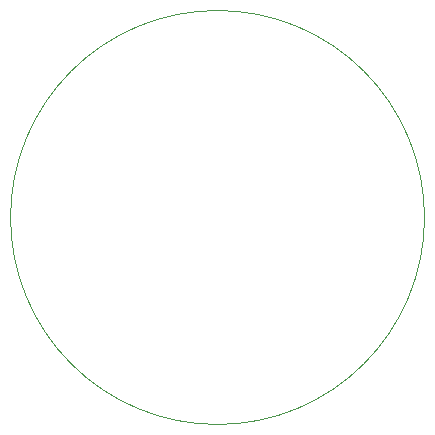
<source format=gbr>
%TF.GenerationSoftware,Altium Limited,Altium Designer,20.0.13 (296)*%
G04 Layer_Color=0*
%FSLAX45Y45*%
%MOMM*%
%TF.FileFunction,Profile,NP*%
%TF.Part,Single*%
G01*
G75*
%TA.AperFunction,Profile*%
%ADD26C,0.02540*%
D26*
X11252200Y9867900D02*
G03*
X13004800Y8115300I1752600J0D01*
G01*
D02*
G03*
X14757401Y9867900I0J1752600D01*
G01*
D02*
G03*
X13004800Y11620500I-1752600J0D01*
G01*
D02*
G03*
X11252200Y9867900I0J-1752600D01*
G01*
%TF.MD5,e721b72594fd3427bffcdabcee432642*%
M02*

</source>
